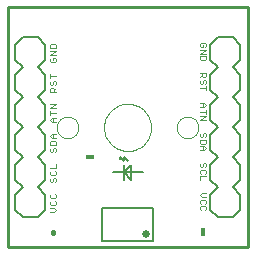
<source format=gto>
G75*
G70*
%OFA0B0*%
%FSLAX24Y24*%
%IPPOS*%
%LPD*%
%AMOC8*
5,1,8,0,0,1.08239X$1,22.5*
%
%ADD10C,0.0100*%
%ADD11C,0.0040*%
%ADD12C,0.0080*%
%ADD13C,0.0256*%
%ADD14C,0.0050*%
%ADD15C,0.0000*%
%ADD16C,0.0160*%
%ADD17R,0.0180X0.0300*%
%ADD18R,0.0300X0.0180*%
D10*
X000813Y000736D02*
X000813Y008736D01*
X008813Y008736D01*
X008813Y000736D01*
X000813Y000736D01*
D11*
X002213Y001925D02*
X002347Y001925D01*
X002413Y001992D01*
X002347Y002058D01*
X002213Y002058D01*
X002246Y002146D02*
X002380Y002146D01*
X002413Y002179D01*
X002413Y002246D01*
X002380Y002279D01*
X002380Y002367D02*
X002246Y002367D01*
X002213Y002400D01*
X002213Y002467D01*
X002246Y002500D01*
X002380Y002500D02*
X002413Y002467D01*
X002413Y002400D01*
X002380Y002367D01*
X002246Y002279D02*
X002213Y002246D01*
X002213Y002179D01*
X002246Y002146D01*
X002246Y002925D02*
X002280Y002925D01*
X002313Y002958D01*
X002313Y003025D01*
X002347Y003058D01*
X002380Y003058D01*
X002413Y003025D01*
X002413Y002958D01*
X002380Y002925D01*
X002246Y002925D02*
X002213Y002958D01*
X002213Y003025D01*
X002246Y003058D01*
X002246Y003146D02*
X002380Y003146D01*
X002413Y003179D01*
X002413Y003246D01*
X002380Y003279D01*
X002413Y003367D02*
X002213Y003367D01*
X002246Y003279D02*
X002213Y003246D01*
X002213Y003179D01*
X002246Y003146D01*
X002413Y003367D02*
X002413Y003500D01*
X002380Y003925D02*
X002413Y003958D01*
X002413Y004025D01*
X002380Y004058D01*
X002347Y004058D01*
X002313Y004025D01*
X002313Y003958D01*
X002280Y003925D01*
X002246Y003925D01*
X002213Y003958D01*
X002213Y004025D01*
X002246Y004058D01*
X002213Y004146D02*
X002213Y004246D01*
X002246Y004279D01*
X002380Y004279D01*
X002413Y004246D01*
X002413Y004146D01*
X002213Y004146D01*
X002280Y004367D02*
X002213Y004434D01*
X002280Y004500D01*
X002413Y004500D01*
X002313Y004500D02*
X002313Y004367D01*
X002280Y004367D02*
X002413Y004367D01*
X002413Y004925D02*
X002280Y004925D01*
X002213Y004992D01*
X002280Y005058D01*
X002413Y005058D01*
X002313Y005058D02*
X002313Y004925D01*
X002213Y005146D02*
X002213Y005279D01*
X002213Y005213D02*
X002413Y005213D01*
X002413Y005367D02*
X002213Y005367D01*
X002413Y005500D01*
X002213Y005500D01*
X002213Y005925D02*
X002213Y006025D01*
X002246Y006058D01*
X002313Y006058D01*
X002347Y006025D01*
X002347Y005925D01*
X002413Y005925D02*
X002213Y005925D01*
X002347Y005992D02*
X002413Y006058D01*
X002380Y006146D02*
X002413Y006179D01*
X002413Y006246D01*
X002380Y006279D01*
X002347Y006279D01*
X002313Y006246D01*
X002313Y006179D01*
X002280Y006146D01*
X002246Y006146D01*
X002213Y006179D01*
X002213Y006246D01*
X002246Y006279D01*
X002213Y006367D02*
X002213Y006500D01*
X002213Y006434D02*
X002413Y006434D01*
X002380Y006925D02*
X002246Y006925D01*
X002213Y006958D01*
X002213Y007025D01*
X002246Y007058D01*
X002313Y007058D02*
X002313Y006992D01*
X002313Y007058D02*
X002380Y007058D01*
X002413Y007025D01*
X002413Y006958D01*
X002380Y006925D01*
X002413Y007146D02*
X002213Y007146D01*
X002413Y007279D01*
X002213Y007279D01*
X002213Y007367D02*
X002213Y007467D01*
X002246Y007500D01*
X002380Y007500D01*
X002413Y007467D01*
X002413Y007367D01*
X002213Y007367D01*
X007213Y007327D02*
X007413Y007327D01*
X007213Y007193D01*
X007413Y007193D01*
X007413Y007106D02*
X007413Y007006D01*
X007380Y006972D01*
X007247Y006972D01*
X007213Y007006D01*
X007213Y007106D01*
X007413Y007106D01*
X007380Y007414D02*
X007413Y007448D01*
X007413Y007515D01*
X007380Y007548D01*
X007247Y007548D01*
X007213Y007515D01*
X007213Y007448D01*
X007247Y007414D01*
X007313Y007414D01*
X007313Y007481D01*
X007280Y006548D02*
X007280Y006448D01*
X007313Y006414D01*
X007380Y006414D01*
X007413Y006448D01*
X007413Y006548D01*
X007213Y006548D01*
X007280Y006481D02*
X007213Y006414D01*
X007247Y006327D02*
X007213Y006294D01*
X007213Y006227D01*
X007247Y006193D01*
X007280Y006193D01*
X007313Y006227D01*
X007313Y006294D01*
X007347Y006327D01*
X007380Y006327D01*
X007413Y006294D01*
X007413Y006227D01*
X007380Y006193D01*
X007413Y006106D02*
X007413Y005972D01*
X007413Y006039D02*
X007213Y006039D01*
X007213Y005548D02*
X007347Y005548D01*
X007413Y005481D01*
X007347Y005414D01*
X007213Y005414D01*
X007313Y005414D02*
X007313Y005548D01*
X007413Y005327D02*
X007413Y005193D01*
X007413Y005260D02*
X007213Y005260D01*
X007213Y005106D02*
X007413Y005106D01*
X007213Y004972D01*
X007413Y004972D01*
X007380Y004548D02*
X007347Y004548D01*
X007313Y004515D01*
X007313Y004448D01*
X007280Y004414D01*
X007247Y004414D01*
X007213Y004448D01*
X007213Y004515D01*
X007247Y004548D01*
X007380Y004548D02*
X007413Y004515D01*
X007413Y004448D01*
X007380Y004414D01*
X007413Y004327D02*
X007413Y004227D01*
X007380Y004193D01*
X007247Y004193D01*
X007213Y004227D01*
X007213Y004327D01*
X007413Y004327D01*
X007347Y004106D02*
X007213Y004106D01*
X007313Y004106D02*
X007313Y003972D01*
X007347Y003972D02*
X007213Y003972D01*
X007347Y003972D02*
X007413Y004039D01*
X007347Y004106D01*
X007347Y003548D02*
X007313Y003515D01*
X007313Y003448D01*
X007280Y003414D01*
X007247Y003414D01*
X007213Y003448D01*
X007213Y003515D01*
X007247Y003548D01*
X007347Y003548D02*
X007380Y003548D01*
X007413Y003515D01*
X007413Y003448D01*
X007380Y003414D01*
X007380Y003327D02*
X007247Y003327D01*
X007213Y003294D01*
X007213Y003227D01*
X007247Y003193D01*
X007213Y003106D02*
X007213Y002972D01*
X007213Y003106D02*
X007413Y003106D01*
X007380Y003193D02*
X007413Y003227D01*
X007413Y003294D01*
X007380Y003327D01*
X007413Y002548D02*
X007280Y002548D01*
X007213Y002481D01*
X007280Y002414D01*
X007413Y002414D01*
X007380Y002327D02*
X007247Y002327D01*
X007213Y002294D01*
X007213Y002227D01*
X007247Y002193D01*
X007247Y002106D02*
X007213Y002073D01*
X007213Y002006D01*
X007247Y001972D01*
X007247Y002106D02*
X007380Y002106D01*
X007413Y002073D01*
X007413Y002006D01*
X007380Y001972D01*
X007380Y002193D02*
X007413Y002227D01*
X007413Y002294D01*
X007380Y002327D01*
D12*
X007563Y002486D02*
X007813Y002736D01*
X007563Y002986D01*
X007563Y003486D01*
X007813Y003736D01*
X007563Y003986D01*
X007563Y004486D01*
X007813Y004736D01*
X007563Y004986D01*
X007563Y005486D01*
X007813Y005736D01*
X007563Y005986D01*
X007563Y006486D01*
X007813Y006736D01*
X007563Y006986D01*
X007563Y007486D01*
X007813Y007736D01*
X008313Y007736D01*
X008563Y007486D01*
X008563Y006986D01*
X008313Y006736D01*
X008563Y006486D01*
X008563Y005986D01*
X008313Y005736D01*
X008563Y005486D01*
X008563Y004986D01*
X008313Y004736D01*
X008563Y004486D01*
X008563Y003986D01*
X008313Y003736D01*
X008563Y003486D01*
X008563Y002986D01*
X008313Y002736D01*
X008563Y002486D01*
X008563Y001986D01*
X008313Y001736D01*
X007813Y001736D01*
X007563Y001986D01*
X007563Y002486D01*
X005660Y002038D02*
X005660Y000935D01*
X003967Y000935D01*
X003967Y002038D01*
X005660Y002038D01*
X002063Y001986D02*
X001813Y001736D01*
X001313Y001736D01*
X001063Y001986D01*
X001063Y002486D01*
X001313Y002736D01*
X001063Y002986D01*
X001063Y003486D01*
X001313Y003736D01*
X001063Y003986D01*
X001063Y004486D01*
X001313Y004736D01*
X001063Y004986D01*
X001063Y005486D01*
X001313Y005736D01*
X001063Y005986D01*
X001063Y006486D01*
X001313Y006736D01*
X001063Y006986D01*
X001063Y007486D01*
X001313Y007736D01*
X001813Y007736D01*
X002063Y007486D01*
X002063Y006986D01*
X001813Y006736D01*
X002063Y006486D01*
X002063Y005986D01*
X001813Y005736D01*
X002063Y005486D01*
X002063Y004986D01*
X001813Y004736D01*
X002063Y004486D01*
X002063Y003986D01*
X001813Y003736D01*
X002063Y003486D01*
X002063Y002986D01*
X001813Y002736D01*
X002063Y002486D01*
X002063Y001986D01*
D13*
X005414Y001191D03*
D14*
X004938Y002986D02*
X004688Y003236D01*
X004688Y002986D01*
X004938Y002986D02*
X004938Y003236D01*
X004688Y003236D01*
X004688Y003486D01*
X004688Y003611D02*
X004563Y003736D01*
X004563Y003699D01*
X004563Y003736D02*
X004601Y003736D01*
X004688Y003736D02*
X004688Y003699D01*
X004688Y003736D02*
X004726Y003736D01*
X004688Y003736D02*
X004813Y003611D01*
X004938Y003486D02*
X004938Y003236D01*
X005313Y003236D01*
X004938Y003486D02*
X004688Y003236D01*
X004313Y003236D01*
D15*
X004028Y004736D02*
X004030Y004791D01*
X004036Y004846D01*
X004046Y004901D01*
X004059Y004955D01*
X004076Y005007D01*
X004097Y005059D01*
X004122Y005108D01*
X004150Y005156D01*
X004181Y005202D01*
X004216Y005245D01*
X004253Y005286D01*
X004293Y005324D01*
X004336Y005359D01*
X004381Y005392D01*
X004429Y005420D01*
X004478Y005446D01*
X004529Y005468D01*
X004581Y005486D01*
X004634Y005500D01*
X004689Y005511D01*
X004744Y005518D01*
X004799Y005521D01*
X004855Y005520D01*
X004910Y005515D01*
X004964Y005506D01*
X005018Y005494D01*
X005071Y005477D01*
X005123Y005457D01*
X005173Y005434D01*
X005221Y005406D01*
X005268Y005376D01*
X005312Y005342D01*
X005353Y005306D01*
X005392Y005266D01*
X005428Y005224D01*
X005461Y005179D01*
X005491Y005132D01*
X005517Y005084D01*
X005540Y005033D01*
X005559Y004981D01*
X005574Y004928D01*
X005586Y004874D01*
X005594Y004819D01*
X005598Y004764D01*
X005598Y004708D01*
X005594Y004653D01*
X005586Y004598D01*
X005574Y004544D01*
X005559Y004491D01*
X005540Y004439D01*
X005517Y004388D01*
X005491Y004340D01*
X005461Y004293D01*
X005428Y004248D01*
X005392Y004206D01*
X005353Y004166D01*
X005312Y004130D01*
X005268Y004096D01*
X005221Y004066D01*
X005173Y004038D01*
X005123Y004015D01*
X005071Y003995D01*
X005018Y003978D01*
X004964Y003966D01*
X004910Y003957D01*
X004855Y003952D01*
X004799Y003951D01*
X004744Y003954D01*
X004689Y003961D01*
X004634Y003972D01*
X004581Y003986D01*
X004529Y004004D01*
X004478Y004026D01*
X004429Y004052D01*
X004381Y004080D01*
X004336Y004113D01*
X004293Y004148D01*
X004253Y004186D01*
X004216Y004227D01*
X004181Y004270D01*
X004150Y004316D01*
X004122Y004364D01*
X004097Y004413D01*
X004076Y004465D01*
X004059Y004517D01*
X004046Y004571D01*
X004036Y004626D01*
X004030Y004681D01*
X004028Y004736D01*
X002458Y004736D02*
X002460Y004773D01*
X002466Y004810D01*
X002475Y004846D01*
X002489Y004880D01*
X002506Y004913D01*
X002526Y004945D01*
X002549Y004974D01*
X002575Y005000D01*
X002604Y005023D01*
X002635Y005043D01*
X002669Y005060D01*
X002703Y005074D01*
X002739Y005083D01*
X002776Y005089D01*
X002813Y005091D01*
X002850Y005089D01*
X002887Y005083D01*
X002923Y005074D01*
X002957Y005060D01*
X002990Y005043D01*
X003022Y005023D01*
X003051Y005000D01*
X003077Y004974D01*
X003100Y004945D01*
X003120Y004914D01*
X003137Y004880D01*
X003151Y004846D01*
X003160Y004810D01*
X003166Y004773D01*
X003168Y004736D01*
X003166Y004699D01*
X003160Y004662D01*
X003151Y004626D01*
X003137Y004592D01*
X003120Y004559D01*
X003100Y004527D01*
X003077Y004498D01*
X003051Y004472D01*
X003022Y004449D01*
X002991Y004429D01*
X002957Y004412D01*
X002923Y004398D01*
X002887Y004389D01*
X002850Y004383D01*
X002813Y004381D01*
X002776Y004383D01*
X002739Y004389D01*
X002703Y004398D01*
X002669Y004412D01*
X002636Y004429D01*
X002604Y004449D01*
X002575Y004472D01*
X002549Y004498D01*
X002526Y004527D01*
X002506Y004558D01*
X002489Y004592D01*
X002475Y004626D01*
X002466Y004662D01*
X002460Y004699D01*
X002458Y004736D01*
X006458Y004736D02*
X006460Y004773D01*
X006466Y004810D01*
X006475Y004846D01*
X006489Y004880D01*
X006506Y004913D01*
X006526Y004945D01*
X006549Y004974D01*
X006575Y005000D01*
X006604Y005023D01*
X006635Y005043D01*
X006669Y005060D01*
X006703Y005074D01*
X006739Y005083D01*
X006776Y005089D01*
X006813Y005091D01*
X006850Y005089D01*
X006887Y005083D01*
X006923Y005074D01*
X006957Y005060D01*
X006990Y005043D01*
X007022Y005023D01*
X007051Y005000D01*
X007077Y004974D01*
X007100Y004945D01*
X007120Y004914D01*
X007137Y004880D01*
X007151Y004846D01*
X007160Y004810D01*
X007166Y004773D01*
X007168Y004736D01*
X007166Y004699D01*
X007160Y004662D01*
X007151Y004626D01*
X007137Y004592D01*
X007120Y004559D01*
X007100Y004527D01*
X007077Y004498D01*
X007051Y004472D01*
X007022Y004449D01*
X006991Y004429D01*
X006957Y004412D01*
X006923Y004398D01*
X006887Y004389D01*
X006850Y004383D01*
X006813Y004381D01*
X006776Y004383D01*
X006739Y004389D01*
X006703Y004398D01*
X006669Y004412D01*
X006636Y004429D01*
X006604Y004449D01*
X006575Y004472D01*
X006549Y004498D01*
X006526Y004527D01*
X006506Y004558D01*
X006489Y004592D01*
X006475Y004626D01*
X006466Y004662D01*
X006460Y004699D01*
X006458Y004736D01*
D16*
X002313Y001248D02*
X002313Y001224D01*
D17*
X007313Y001236D03*
D18*
X003563Y003736D03*
M02*

</source>
